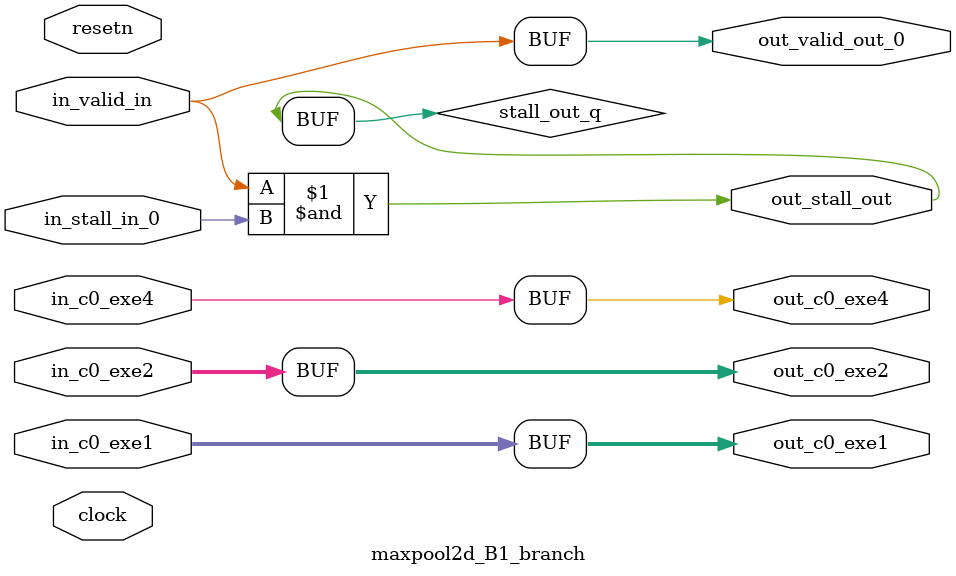
<source format=sv>



(* altera_attribute = "-name AUTO_SHIFT_REGISTER_RECOGNITION OFF; -name MESSAGE_DISABLE 10036; -name MESSAGE_DISABLE 10037; -name MESSAGE_DISABLE 14130; -name MESSAGE_DISABLE 14320; -name MESSAGE_DISABLE 15400; -name MESSAGE_DISABLE 14130; -name MESSAGE_DISABLE 10036; -name MESSAGE_DISABLE 12020; -name MESSAGE_DISABLE 12030; -name MESSAGE_DISABLE 12010; -name MESSAGE_DISABLE 12110; -name MESSAGE_DISABLE 14320; -name MESSAGE_DISABLE 13410; -name MESSAGE_DISABLE 113007; -name MESSAGE_DISABLE 10958" *)
module maxpool2d_B1_branch (
    input wire [63:0] in_c0_exe1,
    input wire [63:0] in_c0_exe2,
    input wire [0:0] in_c0_exe4,
    input wire [0:0] in_stall_in_0,
    input wire [0:0] in_valid_in,
    output wire [63:0] out_c0_exe1,
    output wire [63:0] out_c0_exe2,
    output wire [0:0] out_c0_exe4,
    output wire [0:0] out_stall_out,
    output wire [0:0] out_valid_out_0,
    input wire clock,
    input wire resetn
    );

    wire [0:0] stall_out_q;


    // out_c0_exe1(GPOUT,7)
    assign out_c0_exe1 = in_c0_exe1;

    // out_c0_exe2(GPOUT,8)
    assign out_c0_exe2 = in_c0_exe2;

    // out_c0_exe4(GPOUT,9)
    assign out_c0_exe4 = in_c0_exe4;

    // stall_out(LOGICAL,12)
    assign stall_out_q = in_valid_in & in_stall_in_0;

    // out_stall_out(GPOUT,10)
    assign out_stall_out = stall_out_q;

    // out_valid_out_0(GPOUT,11)
    assign out_valid_out_0 = in_valid_in;

endmodule

</source>
